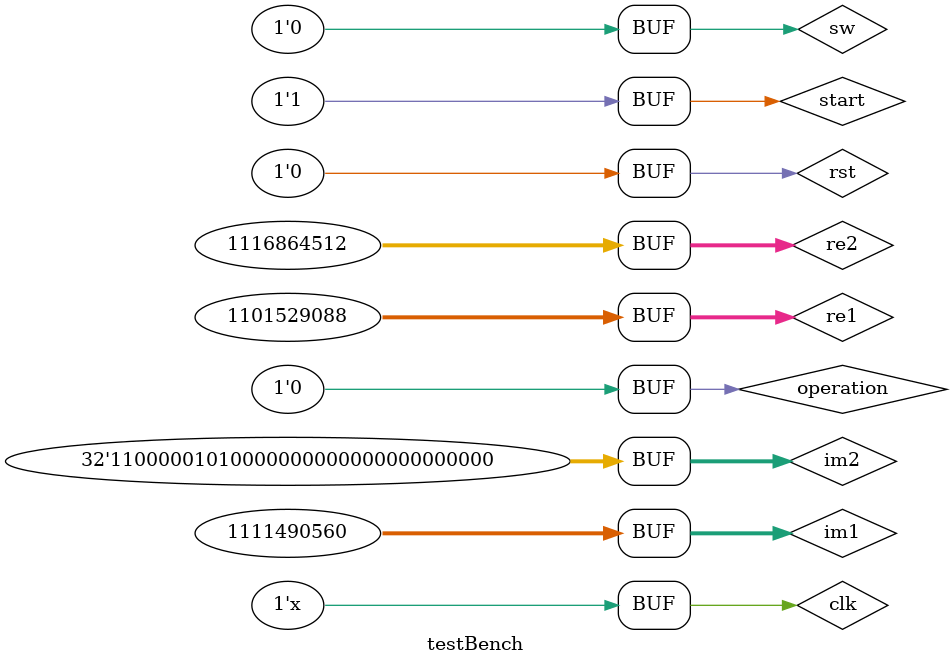
<source format=v>
`timescale 1ns / 1ps


module testBench;

	reg [31:0] re1,im1,re2,im2;

	reg start;
	reg clk;
	reg operation;
	reg rst;
	reg sw;
	wire [31:0] re,im;
	wire ready;
	wire [6:0] seg; 
	wire [3:0] an; 

	parameter CLK_PERIODE=10;
	
	
	// Instantiate the Unit Under Test (UUT)
	compOp uut (
		.re1(re1),
		.im1(im1),
		.re2(re2),
		.im2(im2),
		.re(re),
		.im(im),
		.ready(ready), 
		.start(start), 
		.clk(clk), 
		.op(operation),
		.rst(rst)
	);

	initial begin
		// Initialize Inputs
		re1 = 32'h41a80000;
		im1 = 32'h42400000;
		re2 = 32'h42920000;
		im2 = 32'hc1400000;
		start = 0;
		clk = 0;
		operation = 0;
		sw=0;
		rst=0;
		#50;
		rst=1;
		#50;
		rst=0;
		// Wait 100 ns for global reset to finish
		#100;
		// Add stimulus here
		start = 1;
		#50;
		rst=0;
	end	
	
	always begin	
		#(CLK_PERIODE/2); 
		clk=~clk;
	end	
	
endmodule


</source>
